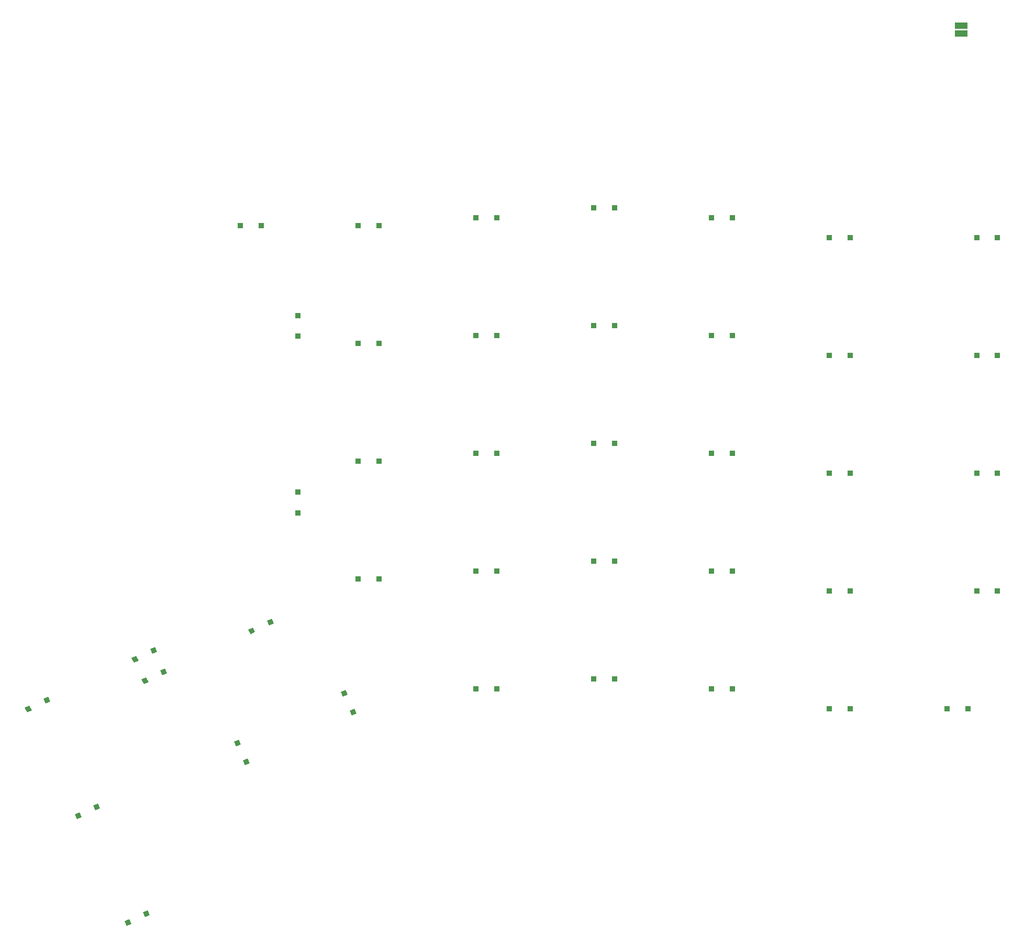
<source format=gtp>
G04 #@! TF.FileFunction,Paste,Top*
%FSLAX46Y46*%
G04 Gerber Fmt 4.6, Leading zero omitted, Abs format (unit mm)*
G04 Created by KiCad (PCBNEW (2016-11-25 revision 30df041)-makepkg) date 12/05/16 22:00:37*
%MOMM*%
%LPD*%
G01*
G04 APERTURE LIST*
%ADD10C,0.150000*%
%ADD11C,0.838200*%
%ADD12R,2.032000X1.016000*%
%ADD13R,0.838200X0.838200*%
G04 APERTURE END LIST*
D10*
D11*
X55286576Y-146280670D03*
D10*
G36*
X55083862Y-146837623D02*
X54729623Y-146077956D01*
X55489290Y-145723717D01*
X55843529Y-146483384D01*
X55083862Y-146837623D01*
X55083862Y-146837623D01*
G37*
D11*
X58302224Y-144874450D03*
D10*
G36*
X58099510Y-145431403D02*
X57745271Y-144671736D01*
X58504938Y-144317497D01*
X58859177Y-145077164D01*
X58099510Y-145431403D01*
X58099510Y-145431403D01*
G37*
D11*
X72550956Y-138228870D03*
D10*
G36*
X72348242Y-138785823D02*
X71994003Y-138026156D01*
X72753670Y-137671917D01*
X73107909Y-138431584D01*
X72348242Y-138785823D01*
X72348242Y-138785823D01*
G37*
D11*
X75566604Y-136822650D03*
D10*
G36*
X75363890Y-137379603D02*
X75009651Y-136619936D01*
X75769318Y-136265697D01*
X76123557Y-137025364D01*
X75363890Y-137379603D01*
X75363890Y-137379603D01*
G37*
D12*
X187325000Y-40322500D03*
X187325000Y-41592500D03*
D13*
X189788800Y-93672660D03*
X193116200Y-93672660D03*
X189788800Y-131772660D03*
X193116200Y-131772660D03*
X189788800Y-74625200D03*
X193116200Y-74625200D03*
X189788800Y-112722660D03*
X193116200Y-112722660D03*
X89776300Y-72720200D03*
X93103700Y-72720200D03*
X146926300Y-90497660D03*
X150253700Y-90497660D03*
D11*
X71647655Y-159404753D03*
D10*
G36*
X72204608Y-159607467D02*
X71444941Y-159961706D01*
X71090702Y-159202039D01*
X71850369Y-158847800D01*
X72204608Y-159607467D01*
X72204608Y-159607467D01*
G37*
D11*
X70241435Y-156389105D03*
D10*
G36*
X70798388Y-156591819D02*
X70038721Y-156946058D01*
X69684482Y-156186391D01*
X70444149Y-155832152D01*
X70798388Y-156591819D01*
X70798388Y-156591819D01*
G37*
D11*
X88912035Y-151352953D03*
D10*
G36*
X89468988Y-151555667D02*
X88709321Y-151909906D01*
X88355082Y-151150239D01*
X89114749Y-150796000D01*
X89468988Y-151555667D01*
X89468988Y-151555667D01*
G37*
D11*
X87505815Y-148337305D03*
D10*
G36*
X88062768Y-148540019D02*
X87303101Y-148894258D01*
X86948862Y-148134591D01*
X87708529Y-147780352D01*
X88062768Y-148540019D01*
X88062768Y-148540019D01*
G37*
D13*
X108826300Y-147647660D03*
X112153700Y-147647660D03*
X127876300Y-146050000D03*
X131203700Y-146050000D03*
X165976300Y-150822660D03*
X169303700Y-150822660D03*
X89776300Y-129867660D03*
X93103700Y-129867660D03*
X108826300Y-128597660D03*
X112153700Y-128597660D03*
X127876300Y-127000000D03*
X131203700Y-127000000D03*
X146926300Y-128597660D03*
X150253700Y-128597660D03*
X165976300Y-131772660D03*
X169303700Y-131772660D03*
X89776300Y-110817660D03*
X93103700Y-110817660D03*
X108826300Y-109547660D03*
X112153700Y-109547660D03*
X127876300Y-107950000D03*
X131203700Y-107950000D03*
X146926300Y-109547660D03*
X150253700Y-109547660D03*
X108826300Y-90497660D03*
X112153700Y-90497660D03*
X127876300Y-88900000D03*
X131203700Y-88900000D03*
X165976300Y-93672660D03*
X169303700Y-93672660D03*
X146926300Y-147647660D03*
X150253700Y-147647660D03*
X108826300Y-71447660D03*
X112153700Y-71447660D03*
X127876300Y-69850000D03*
X131203700Y-69850000D03*
X146926300Y-71447660D03*
X150253700Y-71447660D03*
X165976300Y-74625200D03*
X169303700Y-74625200D03*
D11*
X53675847Y-142828615D03*
D10*
G36*
X53473133Y-143385568D02*
X53118894Y-142625901D01*
X53878561Y-142271662D01*
X54232800Y-143031329D01*
X53473133Y-143385568D01*
X53473133Y-143385568D01*
G37*
D11*
X56691495Y-141422395D03*
D10*
G36*
X56488781Y-141979348D02*
X56134542Y-141219681D01*
X56894209Y-140865442D01*
X57248448Y-141625109D01*
X56488781Y-141979348D01*
X56488781Y-141979348D01*
G37*
D11*
X36411467Y-150877875D03*
D10*
G36*
X36208753Y-151434828D02*
X35854514Y-150675161D01*
X36614181Y-150320922D01*
X36968420Y-151080589D01*
X36208753Y-151434828D01*
X36208753Y-151434828D01*
G37*
D11*
X39427115Y-149471655D03*
D10*
G36*
X39224401Y-150028608D02*
X38870162Y-149268941D01*
X39629829Y-148914702D01*
X39984068Y-149674369D01*
X39224401Y-150028608D01*
X39224401Y-150028608D01*
G37*
D11*
X52512527Y-185409175D03*
D10*
G36*
X52309813Y-185966128D02*
X51955574Y-185206461D01*
X52715241Y-184852222D01*
X53069480Y-185611889D01*
X52309813Y-185966128D01*
X52309813Y-185966128D01*
G37*
D11*
X55528175Y-184002955D03*
D10*
G36*
X55325461Y-184559908D02*
X54971222Y-183800241D01*
X55730889Y-183446002D01*
X56085128Y-184205669D01*
X55325461Y-184559908D01*
X55325461Y-184559908D01*
G37*
D11*
X44460727Y-168142255D03*
D10*
G36*
X44258013Y-168699208D02*
X43903774Y-167939541D01*
X44663441Y-167585302D01*
X45017680Y-168344969D01*
X44258013Y-168699208D01*
X44258013Y-168699208D01*
G37*
D11*
X47476375Y-166736035D03*
D10*
G36*
X47273661Y-167292988D02*
X46919422Y-166533321D01*
X47679089Y-166179082D01*
X48033328Y-166938749D01*
X47273661Y-167292988D01*
X47273661Y-167292988D01*
G37*
D13*
X89776300Y-91767660D03*
X93103700Y-91767660D03*
X185026300Y-150822660D03*
X188353700Y-150822660D03*
X80010000Y-119148860D03*
X80010000Y-115821460D03*
X80010000Y-90573860D03*
X80010000Y-87246460D03*
X70726300Y-72720200D03*
X74053700Y-72720200D03*
X165976300Y-112722660D03*
X169303700Y-112722660D03*
M02*

</source>
